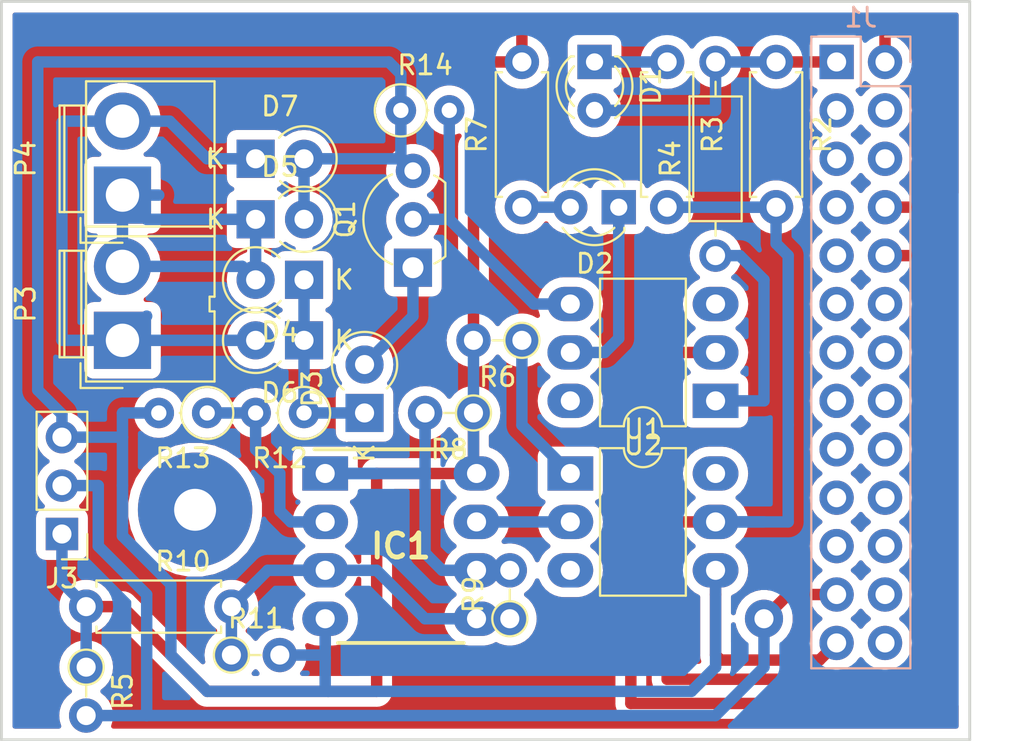
<source format=kicad_pcb>
(kicad_pcb (version 20171130) (host pcbnew "(5.1.4-0-10_14)")
  (layers (0 F.Cu signal hide) (31 B.Cu signal) (34 B.Paste user) (35 F.Paste user) (36 B.SilkS user) (37 F.SilkS user) (38 B.Mask user) (39 F.Mask user) (44 Edge.Cuts user))
  (net 0 "")
  (net 1 PRI_RXD)
  (net 2 "Net-(D2-Pad1)")
  (net 3 "Net-(D3-Pad1)")
  (net 4 "Net-(D3-Pad2)")
  (net 5 "Net-(D4-Pad2)")
  (net 6 "Net-(D6-Pad2)")
  (net 7 "Net-(IC1-Pad1)")
  (net 8 "Net-(IC1-Pad2)")
  (net 9 "Net-(IC1-Pad3)")
  (net 10 "Net-(IC1-Pad7)")
  (net 11 +5.0V)
  (net 12 TEMP_INS)
  (net 13 PRI_TXD)
  (net 14 "Net-(Q1-Pad2)")
  (net 15 "Net-(R4-Pad1)")
  (net 16 "Net-(R6-Pad1)")
  (net 17 GNDREF)
  (net 18 +3.3V)
  (net 19 "Net-(D1-Pad1)")
  (net 20 "Net-(D2-Pad2)")
  (module Diode_THT:D_DO-41_SOD81_P2.54mm_Vertical_KathodeUp (layer F.Cu) (at 45.72 35.56)
    (fp_text reference D7 (at 1.27 -2.750635) (layer F.SilkS))
    (fp_text value 1N4007)
    (fp_text user K (at -2.1 0) (layer F.SilkS))
    (fp_arc (start 2.54 0) (end 1.228847 -1.1) (angle 276.998058) (layer F.SilkS) (width 0.12))
    (pad 2 thru_hole oval (at 2.54 0) (size 2 2) (drill 1) (layers *.Cu *.Mask) (net 17 GNDREF))
    (pad 1 thru_hole rect (at 0 0) (size 2 2) (drill 1) (layers *.Cu *.Mask) (net 6 "Net-(D6-Pad2)"))
  )
  (module Diode_THT:D_DO-41_SOD81_P2.54mm_Vertical_KathodeUp (layer F.Cu) (at 48.26 45.085 180)
    (fp_text reference D6 (at 1.27 -2.750635) (layer F.SilkS))
    (fp_text value 1N4007)
    (fp_text user K (at -2.1 0) (layer F.SilkS))
    (fp_arc (start 2.54 0) (end 1.228847 -1.1) (angle 276.998058) (layer F.SilkS) (width 0.12))
    (pad 2 thru_hole oval (at 2.54 0 180) (size 2 2) (drill 1) (layers *.Cu *.Mask) (net 6 "Net-(D6-Pad2)"))
    (pad 1 thru_hole rect (at 0 0 180) (size 2 2) (drill 1) (layers *.Cu *.Mask) (net 3 "Net-(D3-Pad1)"))
  )
  (module Diode_THT:D_DO-41_SOD81_P2.54mm_Vertical_KathodeUp (layer F.Cu) (at 45.72 38.735)
    (fp_text reference D5 (at 1.27 -2.750635) (layer F.SilkS))
    (fp_text value 1N4007)
    (fp_text user K (at -2.1 0) (layer F.SilkS))
    (fp_arc (start 2.54 0) (end 1.228847 -1.1) (angle 276.998058) (layer F.SilkS) (width 0.12))
    (pad 2 thru_hole oval (at 2.54 0) (size 2 2) (drill 1) (layers *.Cu *.Mask) (net 17 GNDREF))
    (pad 1 thru_hole rect (at 0 0) (size 2 2) (drill 1) (layers *.Cu *.Mask) (net 5 "Net-(D4-Pad2)"))
  )
  (module Diode_THT:D_DO-41_SOD81_P2.54mm_Vertical_KathodeUp (layer F.Cu) (at 48.26 41.91 180)
    (fp_text reference D4 (at 1.27 -2.750635) (layer F.SilkS))
    (fp_text value 1N4007)
    (fp_text user K (at -2.1 0) (layer F.SilkS))
    (fp_arc (start 2.54 0) (end 1.228847 -1.1) (angle 276.998058) (layer F.SilkS) (width 0.12))
    (pad 2 thru_hole oval (at 2.54 0 180) (size 2 2) (drill 1) (layers *.Cu *.Mask) (net 5 "Net-(D4-Pad2)"))
    (pad 1 thru_hole rect (at 0 0 180) (size 2 2) (drill 1) (layers *.Cu *.Mask) (net 3 "Net-(D3-Pad1)"))
  )
  (module Resistor_THT:R_Axial_DIN0207_L6.3mm_D2.5mm_P2.54mm_Vertical (layer F.Cu) (at 48.26 48.895 180)
    (fp_text reference R12 (at 1.27 -2.37) (layer F.SilkS))
    (fp_text value 100k)
    (fp_line (start 1.37 0) (end 1.44 0) (layer F.SilkS) (width 0.12))
    (fp_circle (center 0 0) (end 1.37 0) (layer F.SilkS) (width 0.12))
    (pad 2 thru_hole oval (at 2.54 0 180) (size 1.6 1.6) (drill 0.8) (layers *.Cu *.Mask) (net 8 "Net-(IC1-Pad2)"))
    (pad 1 thru_hole circle (at 0 0 180) (size 1.6 1.6) (drill 0.8) (layers *.Cu *.Mask) (net 3 "Net-(D3-Pad1)"))
  )
  (module Diode_THT:D_DO-41_SOD81_P2.54mm_Vertical_KathodeUp (layer F.Cu) (at 51.435 48.895 90)
    (fp_text reference D3 (at 1.27 -2.750635 90) (layer F.SilkS))
    (fp_text value "ZPY 9.1V 1.3W")
    (fp_text user K (at -2.1 0 90) (layer F.SilkS))
    (fp_arc (start 2.54 0) (end 1.228847 -1.1) (angle 276.998058) (layer F.SilkS) (width 0.12))
    (pad 2 thru_hole oval (at 2.54 0 90) (size 2 2) (drill 1) (layers *.Cu *.Mask) (net 4 "Net-(D3-Pad2)"))
    (pad 1 thru_hole rect (at 0 0 90) (size 2 2) (drill 1) (layers *.Cu *.Mask) (net 3 "Net-(D3-Pad1)"))
  )
  (module Resistor_THT:R_Axial_DIN0207_L6.3mm_D2.5mm_P2.54mm_Vertical (layer F.Cu) (at 53.34 33.02)
    (fp_text reference R14 (at 1.27 -2.37) (layer F.SilkS))
    (fp_text value 220)
    (fp_line (start 1.37 0) (end 1.44 0) (layer F.SilkS) (width 0.12))
    (fp_circle (center 0 0) (end 1.37 0) (layer F.SilkS) (width 0.12))
    (pad 2 thru_hole oval (at 2.54 0) (size 1.6 1.6) (drill 0.8) (layers *.Cu *.Mask) (net 14 "Net-(Q1-Pad2)"))
    (pad 1 thru_hole circle (at 0 0) (size 1.6 1.6) (drill 0.8) (layers *.Cu *.Mask) (net 17 GNDREF))
  )
  (module Resistor_THT:R_Axial_DIN0207_L6.3mm_D2.5mm_P2.54mm_Vertical (layer F.Cu) (at 43.18 48.895 180)
    (fp_text reference R13 (at 1.27 -2.37) (layer F.SilkS))
    (fp_text value 22k)
    (fp_line (start 1.37 0) (end 1.44 0) (layer F.SilkS) (width 0.12))
    (fp_circle (center 0 0) (end 1.37 0) (layer F.SilkS) (width 0.12))
    (pad 2 thru_hole oval (at 2.54 0 180) (size 1.6 1.6) (drill 0.8) (layers *.Cu *.Mask) (net 17 GNDREF))
    (pad 1 thru_hole circle (at 0 0 180) (size 1.6 1.6) (drill 0.8) (layers *.Cu *.Mask) (net 8 "Net-(IC1-Pad2)"))
  )
  (module Resistor_THT:R_Axial_DIN0207_L6.3mm_D2.5mm_P7.62mm_Horizontal (layer F.Cu) (at 59.69 38.1 90)
    (fp_text reference R7 (at 3.81 -2.37 90) (layer F.SilkS))
    (fp_text value 470)
    (fp_line (start 7.08 1.37) (end 7.08 1.04) (layer F.SilkS) (width 0.12))
    (fp_line (start 0.54 1.37) (end 7.08 1.37) (layer F.SilkS) (width 0.12))
    (fp_line (start 0.54 1.04) (end 0.54 1.37) (layer F.SilkS) (width 0.12))
    (fp_line (start 7.08 -1.37) (end 7.08 -1.04) (layer F.SilkS) (width 0.12))
    (fp_line (start 0.54 -1.37) (end 7.08 -1.37) (layer F.SilkS) (width 0.12))
    (fp_line (start 0.54 -1.04) (end 0.54 -1.37) (layer F.SilkS) (width 0.12))
    (pad 2 thru_hole oval (at 7.62 0 90) (size 1.8 1.8) (drill 1) (layers *.Cu *.Mask) (net 11 +5.0V))
    (pad 1 thru_hole oval (at 0 0 90) (size 1.8 1.8) (drill 1) (layers *.Cu *.Mask) (net 20 "Net-(D2-Pad2)"))
  )
  (module Resistor_THT:R_Axial_DIN0204_L3.6mm_D1.6mm_P2.54mm_Vertical (layer F.Cu) (at 59.055 59.69 90)
    (fp_text reference R9 (at 1.27 -1.92 90) (layer F.SilkS))
    (fp_text value 220K)
    (fp_line (start 0.92 0) (end 1.54 0) (layer F.SilkS) (width 0.12))
    (fp_circle (center 0 0) (end 0.92 0) (layer F.SilkS) (width 0.12))
    (pad 2 thru_hole oval (at 2.54 0 90) (size 1.8 1.8) (drill 1) (layers *.Cu *.Mask) (net 7 "Net-(IC1-Pad1)"))
    (pad 1 thru_hole oval (at 0 0 90) (size 1.8 1.8) (drill 1) (layers *.Cu *.Mask) (net 9 "Net-(IC1-Pad3)"))
  )
  (module Resistor_THT:R_Axial_DIN0204_L3.6mm_D1.6mm_P2.54mm_Vertical (layer F.Cu) (at 44.45 61.595)
    (fp_text reference R11 (at 1.27 -1.92) (layer F.SilkS))
    (fp_text value 15k)
    (fp_line (start 0.92 0) (end 1.54 0) (layer F.SilkS) (width 0.12))
    (fp_circle (center 0 0) (end 0.92 0) (layer F.SilkS) (width 0.12))
    (pad 2 thru_hole oval (at 2.54 0) (size 1.8 1.8) (drill 1) (layers *.Cu *.Mask) (net 17 GNDREF))
    (pad 1 thru_hole oval (at 0 0) (size 1.8 1.8) (drill 1) (layers *.Cu *.Mask) (net 9 "Net-(IC1-Pad3)"))
  )
  (module tlc393cp:DIP794W53P254L959H508Q8N (layer F.Cu) (at 53.34 55.88)
    (fp_text reference IC1 (at 0 0) (layer F.SilkS) (effects (font (size 1.27 1.27) (thickness 0.254))))
    (fp_text value TLC393CP hide)
    (fp_line (start -4.535 -5.08) (end 3.3 -5.08) (layer F.SilkS) (width 0.2))
    (fp_line (start -3.3 5.08) (end 3.3 5.08) (layer F.SilkS) (width 0.2))
    (pad 1 thru_hole rect (at -3.97 -3.81) (size 2.4 1.8) (drill 1) (layers *.Cu *.Mask) (net 7 "Net-(IC1-Pad1)"))
    (pad 2 thru_hole oval (at -3.97 -1.27) (size 2.4 1.8) (drill 1) (layers *.Cu *.Mask) (net 8 "Net-(IC1-Pad2)"))
    (pad 3 thru_hole oval (at -3.97 1.27) (size 2.4 1.8) (drill 1) (layers *.Cu *.Mask) (net 9 "Net-(IC1-Pad3)"))
    (pad 4 thru_hole oval (at -3.97 3.81) (size 2.4 1.8) (drill 1) (layers *.Cu *.Mask) (net 17 GNDREF))
    (pad 5 thru_hole oval (at 3.97 3.81) (size 2.4 1.8) (drill 1) (layers *.Cu *.Mask) (net 9 "Net-(IC1-Pad3)"))
    (pad 6 thru_hole oval (at 3.97 1.27) (size 2.4 1.8) (drill 1) (layers *.Cu *.Mask) (net 7 "Net-(IC1-Pad1)"))
    (pad 7 thru_hole oval (at 3.97 -1.27) (size 2.4 1.8) (drill 1) (layers *.Cu *.Mask) (net 10 "Net-(IC1-Pad7)"))
    (pad 8 thru_hole oval (at 3.97 -3.81) (size 2.4 1.8) (drill 1) (layers *.Cu *.Mask) (net 11 +5.0V))
  )
  (module Package_DIP:DIP-6_W7.62mm_LongPads (layer F.Cu) (at 62.23 52.07)
    (fp_text reference U1 (at 3.81 -2.33) (layer F.SilkS))
    (fp_text value CNY17-4)
    (fp_line (start 6.06 -1.33) (end 4.81 -1.33) (layer F.SilkS) (width 0.12))
    (fp_line (start 6.06 6.41) (end 6.06 -1.33) (layer F.SilkS) (width 0.12))
    (fp_line (start 1.56 6.41) (end 6.06 6.41) (layer F.SilkS) (width 0.12))
    (fp_line (start 1.56 -1.33) (end 1.56 6.41) (layer F.SilkS) (width 0.12))
    (fp_line (start 2.81 -1.33) (end 1.56 -1.33) (layer F.SilkS) (width 0.12))
    (fp_arc (start 3.81 -1.33) (end 2.81 -1.33) (angle -180) (layer F.SilkS) (width 0.12))
    (pad 6 thru_hole oval (at 7.62 0) (size 2.4 1.8) (drill 1) (layers *.Cu *.Mask))
    (pad 3 thru_hole oval (at 0 5.08) (size 2.4 1.8) (drill 1) (layers *.Cu *.Mask))
    (pad 5 thru_hole oval (at 7.62 2.54) (size 2.4 1.8) (drill 1) (layers *.Cu *.Mask) (net 1 PRI_RXD))
    (pad 2 thru_hole oval (at 0 2.54) (size 2.4 1.8) (drill 1) (layers *.Cu *.Mask) (net 10 "Net-(IC1-Pad7)"))
    (pad 4 thru_hole oval (at 7.62 5.08) (size 2.4 1.8) (drill 1) (layers *.Cu *.Mask) (net 17 GNDREF))
    (pad 1 thru_hole rect (at 0 0) (size 2.4 1.8) (drill 1) (layers *.Cu *.Mask) (net 16 "Net-(R6-Pad1)"))
  )
  (module Package_TO_SOT_THT:TO-92L_Inline_Wide (layer F.Cu) (at 53.975 41.275 90)
    (fp_text reference Q1 (at 2.54 -3.56 90) (layer F.SilkS))
    (fp_text value BC338)
    (fp_arc (start 2.54 0) (end 4.45 1.7) (angle -15.88591585) (layer F.SilkS) (width 0.12))
    (fp_arc (start 2.54 0) (end 2.54 -2.6) (angle 65) (layer F.SilkS) (width 0.12))
    (fp_arc (start 2.54 0) (end 2.54 -2.6) (angle -65) (layer F.SilkS) (width 0.12))
    (fp_arc (start 2.54 0) (end 0.6 1.7) (angle 15.44288892) (layer F.SilkS) (width 0.12))
    (fp_line (start 0.6 1.7) (end 4.45 1.7) (layer F.SilkS) (width 0.12))
    (pad 1 thru_hole rect (at 0 0 90) (size 2 2) (drill 1.1) (layers *.Cu *.Mask) (net 4 "Net-(D3-Pad2)"))
    (pad 3 thru_hole circle (at 5.08 0 90) (size 1.8 1.8) (drill 0.9) (layers *.Cu *.Mask) (net 17 GNDREF))
    (pad 2 thru_hole circle (at 2.54 0 90) (size 1.8 1.8) (drill 0.9) (layers *.Cu *.Mask) (net 14 "Net-(Q1-Pad2)"))
  )
  (module Connector:JWT_A3963_1x02_P3.96mm_Vertical (layer F.Cu) (at 38.735 45.085 90)
    (fp_text reference P3 (at 1.91 -5.08 90) (layer F.SilkS))
    (fp_text value ebus1)
    (fp_line (start 5.97 4.83) (end 5.97 0) (layer F.SilkS) (width 0.12))
    (fp_line (start -2.16 0) (end -2.16 4.83) (layer F.SilkS) (width 0.12))
    (fp_line (start -2.16 -1.91) (end 5.97 -1.91) (layer F.SilkS) (width 0.12))
    (fp_line (start -0.89 -1.91) (end -0.89 -3.3) (layer F.SilkS) (width 0.12))
    (fp_line (start 4.7 -1.91) (end 4.7 -3.3) (layer F.SilkS) (width 0.12))
    (fp_line (start -0.89 -3.3) (end 4.7 -3.3) (layer F.SilkS) (width 0.12))
    (fp_line (start -2.16 -1.91) (end -2.16 0) (layer F.SilkS) (width 0.12))
    (fp_line (start 5.97 -1.91) (end 5.97 0) (layer F.SilkS) (width 0.12))
    (fp_line (start -0.89 -3.05) (end 4.7 -3.05) (layer F.SilkS) (width 0.12))
    (fp_line (start -0.89 -2.16) (end 4.7 -2.16) (layer F.SilkS) (width 0.12))
    (fp_line (start 2.29 4.57) (end 2.29 4.83) (layer F.SilkS) (width 0.12))
    (fp_line (start 1.52 4.57) (end 2.29 4.57) (layer F.SilkS) (width 0.12))
    (fp_line (start 1.52 4.83) (end 1.52 4.57) (layer F.SilkS) (width 0.12))
    (fp_line (start 1.52 4.83) (end -2.16 4.83) (layer F.SilkS) (width 0.12))
    (fp_line (start 2.29 4.83) (end 5.97 4.83) (layer F.SilkS) (width 0.12))
    (fp_line (start -1.2 -2.2) (end -2.5 -2.2) (layer F.SilkS) (width 0.12))
    (fp_line (start -2.5 -2.2) (end -2.5 0) (layer F.SilkS) (width 0.12))
    (pad 2 thru_hole circle (at 3.88 0 90) (size 3 3) (drill 1.75) (layers *.Cu *.Mask) (net 5 "Net-(D4-Pad2)"))
    (pad 1 thru_hole rect (at 0 0 90) (size 3 3) (drill 1.75) (layers *.Cu *.Mask) (net 6 "Net-(D6-Pad2)"))
  )
  (module Connector:JWT_A3963_1x02_P3.96mm_Vertical (layer F.Cu) (at 38.735 37.465 90)
    (fp_text reference P4 (at 1.91 -5.08 90) (layer F.SilkS))
    (fp_text value ebus2)
    (fp_line (start 5.97 4.83) (end 5.97 0) (layer F.SilkS) (width 0.12))
    (fp_line (start -2.16 0) (end -2.16 4.83) (layer F.SilkS) (width 0.12))
    (fp_line (start -2.16 -1.91) (end 5.97 -1.91) (layer F.SilkS) (width 0.12))
    (fp_line (start -0.89 -1.91) (end -0.89 -3.3) (layer F.SilkS) (width 0.12))
    (fp_line (start 4.7 -1.91) (end 4.7 -3.3) (layer F.SilkS) (width 0.12))
    (fp_line (start -0.89 -3.3) (end 4.7 -3.3) (layer F.SilkS) (width 0.12))
    (fp_line (start -2.16 -1.91) (end -2.16 0) (layer F.SilkS) (width 0.12))
    (fp_line (start 5.97 -1.91) (end 5.97 0) (layer F.SilkS) (width 0.12))
    (fp_line (start -0.89 -3.05) (end 4.7 -3.05) (layer F.SilkS) (width 0.12))
    (fp_line (start -0.89 -2.16) (end 4.7 -2.16) (layer F.SilkS) (width 0.12))
    (fp_line (start 2.29 4.57) (end 2.29 4.83) (layer F.SilkS) (width 0.12))
    (fp_line (start 1.52 4.57) (end 2.29 4.57) (layer F.SilkS) (width 0.12))
    (fp_line (start 1.52 4.83) (end 1.52 4.57) (layer F.SilkS) (width 0.12))
    (fp_line (start 1.52 4.83) (end -2.16 4.83) (layer F.SilkS) (width 0.12))
    (fp_line (start 2.29 4.83) (end 5.97 4.83) (layer F.SilkS) (width 0.12))
    (fp_line (start -1.2 -2.2) (end -2.5 -2.2) (layer F.SilkS) (width 0.12))
    (fp_line (start -2.5 -2.2) (end -2.5 0) (layer F.SilkS) (width 0.12))
    (pad 2 thru_hole circle (at 3.88 0 90) (size 3 3) (drill 1.75) (layers *.Cu *.Mask) (net 6 "Net-(D6-Pad2)"))
    (pad 1 thru_hole rect (at 0 0 90) (size 3 3) (drill 1.75) (layers *.Cu *.Mask) (net 5 "Net-(D4-Pad2)"))
  )
  (module Resistor_THT:R_Axial_DIN0207_L6.3mm_D2.5mm_P7.62mm_Horizontal (layer F.Cu) (at 36.83 59.055)
    (fp_text reference R10 (at 5.08 -2.37) (layer F.SilkS))
    (fp_text value 18K)
    (fp_line (start 7.08 1.37) (end 7.08 1.04) (layer F.SilkS) (width 0.12))
    (fp_line (start 0.54 1.37) (end 7.08 1.37) (layer F.SilkS) (width 0.12))
    (fp_line (start 0.54 1.04) (end 0.54 1.37) (layer F.SilkS) (width 0.12))
    (fp_line (start 7.08 -1.37) (end 7.08 -1.04) (layer F.SilkS) (width 0.12))
    (fp_line (start 0.54 -1.37) (end 7.08 -1.37) (layer F.SilkS) (width 0.12))
    (fp_line (start 0.54 -1.04) (end 0.54 -1.37) (layer F.SilkS) (width 0.12))
    (pad 2 thru_hole oval (at 7.62 0) (size 1.8 1.8) (drill 1) (layers *.Cu *.Mask) (net 9 "Net-(IC1-Pad3)"))
    (pad 1 thru_hole oval (at 0 0) (size 1.8 1.8) (drill 1) (layers *.Cu *.Mask) (net 11 +5.0V))
  )
  (module Resistor_THT:R_Axial_DIN0207_L6.3mm_D2.5mm_P7.62mm_Horizontal (layer F.Cu) (at 67.31 30.48 270)
    (fp_text reference R3 (at 3.81 -2.37 90) (layer F.SilkS))
    (fp_text value 220)
    (fp_line (start 7.08 1.37) (end 7.08 1.04) (layer F.SilkS) (width 0.12))
    (fp_line (start 0.54 1.37) (end 7.08 1.37) (layer F.SilkS) (width 0.12))
    (fp_line (start 0.54 1.04) (end 0.54 1.37) (layer F.SilkS) (width 0.12))
    (fp_line (start 7.08 -1.37) (end 7.08 -1.04) (layer F.SilkS) (width 0.12))
    (fp_line (start 0.54 -1.37) (end 7.08 -1.37) (layer F.SilkS) (width 0.12))
    (fp_line (start 0.54 -1.04) (end 0.54 -1.37) (layer F.SilkS) (width 0.12))
    (pad 2 thru_hole oval (at 7.62 0 270) (size 1.8 1.8) (drill 1) (layers *.Cu *.Mask) (net 1 PRI_RXD))
    (pad 1 thru_hole oval (at 0 0 270) (size 1.8 1.8) (drill 1) (layers *.Cu *.Mask) (net 19 "Net-(D1-Pad1)"))
  )
  (module Resistor_THT:R_Axial_DIN0207_L6.3mm_D2.5mm_P7.62mm_Horizontal (layer F.Cu) (at 73.025 30.48 270)
    (fp_text reference R2 (at 3.81 -2.37 90) (layer F.SilkS))
    (fp_text value 820)
    (fp_line (start 7.08 1.37) (end 7.08 1.04) (layer F.SilkS) (width 0.12))
    (fp_line (start 0.54 1.37) (end 7.08 1.37) (layer F.SilkS) (width 0.12))
    (fp_line (start 0.54 1.04) (end 0.54 1.37) (layer F.SilkS) (width 0.12))
    (fp_line (start 7.08 -1.37) (end 7.08 -1.04) (layer F.SilkS) (width 0.12))
    (fp_line (start 0.54 -1.37) (end 7.08 -1.37) (layer F.SilkS) (width 0.12))
    (fp_line (start 0.54 -1.04) (end 0.54 -1.37) (layer F.SilkS) (width 0.12))
    (pad 2 thru_hole oval (at 7.62 0 270) (size 1.8 1.8) (drill 1) (layers *.Cu *.Mask) (net 1 PRI_RXD))
    (pad 1 thru_hole oval (at 0 0 270) (size 1.8 1.8) (drill 1) (layers *.Cu *.Mask) (net 18 +3.3V))
  )
  (module Resistor_THT:R_Axial_DIN0204_L3.6mm_D1.6mm_P2.54mm_Vertical (layer F.Cu) (at 59.69 45.085 180)
    (fp_text reference R6 (at 1.27 -1.92) (layer F.SilkS))
    (fp_text value 390)
    (fp_line (start 0.92 0) (end 1.54 0) (layer F.SilkS) (width 0.12))
    (fp_circle (center 0 0) (end 0.92 0) (layer F.SilkS) (width 0.12))
    (pad 2 thru_hole oval (at 2.54 0 180) (size 1.8 1.8) (drill 1) (layers *.Cu *.Mask) (net 11 +5.0V))
    (pad 1 thru_hole oval (at 0 0 180) (size 1.8 1.8) (drill 1) (layers *.Cu *.Mask) (net 16 "Net-(R6-Pad1)"))
  )
  (module Package_DIP:DIP-6_W7.62mm_LongPads (layer F.Cu) (at 69.85 48.26 180)
    (fp_text reference U2 (at 3.81 -2.33) (layer F.SilkS))
    (fp_text value CNY17-4)
    (fp_line (start 6.06 -1.33) (end 4.81 -1.33) (layer F.SilkS) (width 0.12))
    (fp_line (start 6.06 6.41) (end 6.06 -1.33) (layer F.SilkS) (width 0.12))
    (fp_line (start 1.56 6.41) (end 6.06 6.41) (layer F.SilkS) (width 0.12))
    (fp_line (start 1.56 -1.33) (end 1.56 6.41) (layer F.SilkS) (width 0.12))
    (fp_line (start 2.81 -1.33) (end 1.56 -1.33) (layer F.SilkS) (width 0.12))
    (fp_arc (start 3.81 -1.33) (end 2.81 -1.33) (angle -180) (layer F.SilkS) (width 0.12))
    (pad 6 thru_hole oval (at 7.62 0 180) (size 2.4 1.8) (drill 1) (layers *.Cu *.Mask))
    (pad 3 thru_hole oval (at 0 5.08 180) (size 2.4 1.8) (drill 1) (layers *.Cu *.Mask))
    (pad 5 thru_hole oval (at 7.62 2.54 180) (size 2.4 1.8) (drill 1) (layers *.Cu *.Mask) (net 2 "Net-(D2-Pad1)"))
    (pad 2 thru_hole oval (at 0 2.54 180) (size 2.4 1.8) (drill 1) (layers *.Cu *.Mask) (net 13 PRI_TXD))
    (pad 4 thru_hole oval (at 7.62 5.08 180) (size 2.4 1.8) (drill 1) (layers *.Cu *.Mask) (net 14 "Net-(Q1-Pad2)"))
    (pad 1 thru_hole rect (at 0 0 180) (size 2.4 1.8) (drill 1) (layers *.Cu *.Mask) (net 15 "Net-(R4-Pad1)"))
  )
  (module LED_THT:LED_D3.0mm (layer F.Cu) (at 63.5 30.48 270)
    (fp_text reference D1 (at 1.27 -2.96 90) (layer F.SilkS))
    (fp_text value LED)
    (fp_line (start -0.29 1.08) (end -0.29 1.236) (layer F.SilkS) (width 0.12))
    (fp_line (start -0.29 -1.236) (end -0.29 -1.08) (layer F.SilkS) (width 0.12))
    (fp_arc (start 1.27 0) (end 0.229039 1.08) (angle -87.9) (layer F.SilkS) (width 0.12))
    (fp_arc (start 1.27 0) (end 0.229039 -1.08) (angle 87.9) (layer F.SilkS) (width 0.12))
    (fp_arc (start 1.27 0) (end -0.29 1.235516) (angle -108.8) (layer F.SilkS) (width 0.12))
    (fp_arc (start 1.27 0) (end -0.29 -1.235516) (angle 108.8) (layer F.SilkS) (width 0.12))
    (pad 2 thru_hole circle (at 2.54 0 270) (size 1.8 1.8) (drill 0.9) (layers *.Cu *.Mask) (net 18 +3.3V))
    (pad 1 thru_hole rect (at 0 0 270) (size 1.8 1.8) (drill 0.9) (layers *.Cu *.Mask) (net 19 "Net-(D1-Pad1)"))
  )
  (module Resistor_THT:R_Axial_DIN0207_L6.3mm_D2.5mm_P10.16mm_Horizontal (layer F.Cu) (at 69.85 40.64 90)
    (fp_text reference R4 (at 5.08 -2.37 90) (layer F.SilkS))
    (fp_text value 470)
    (fp_line (start 9.12 0) (end 8.35 0) (layer F.SilkS) (width 0.12))
    (fp_line (start 1.04 0) (end 1.81 0) (layer F.SilkS) (width 0.12))
    (fp_line (start 8.35 -1.37) (end 1.81 -1.37) (layer F.SilkS) (width 0.12))
    (fp_line (start 8.35 1.37) (end 8.35 -1.37) (layer F.SilkS) (width 0.12))
    (fp_line (start 1.81 1.37) (end 8.35 1.37) (layer F.SilkS) (width 0.12))
    (fp_line (start 1.81 -1.37) (end 1.81 1.37) (layer F.SilkS) (width 0.12))
    (pad 2 thru_hole oval (at 10.16 0 90) (size 1.7 1.7) (drill 1) (layers *.Cu *.Mask) (net 18 +3.3V))
    (pad 1 thru_hole oval (at 0 0 90) (size 1.7 1.7) (drill 1) (layers *.Cu *.Mask) (net 15 "Net-(R4-Pad1)"))
  )
  (module LED_THT:LED_D3.0mm (layer F.Cu) (at 64.77 38.1 180)
    (fp_text reference D2 (at 1.27 -2.96) (layer F.SilkS))
    (fp_text value "LED TX")
    (fp_arc (start 1.27 0) (end -0.29 -1.235516) (angle 108.8) (layer F.SilkS) (width 0.12))
    (fp_arc (start 1.27 0) (end -0.29 1.235516) (angle -108.8) (layer F.SilkS) (width 0.12))
    (fp_arc (start 1.27 0) (end 0.229039 -1.08) (angle 87.9) (layer F.SilkS) (width 0.12))
    (fp_arc (start 1.27 0) (end 0.229039 1.08) (angle -87.9) (layer F.SilkS) (width 0.12))
    (fp_line (start -0.29 -1.236) (end -0.29 -1.08) (layer F.SilkS) (width 0.12))
    (fp_line (start -0.29 1.08) (end -0.29 1.236) (layer F.SilkS) (width 0.12))
    (pad 1 thru_hole rect (at 0 0 180) (size 1.8 1.8) (drill 0.9) (layers *.Cu *.Mask) (net 2 "Net-(D2-Pad1)"))
    (pad 2 thru_hole circle (at 2.54 0 180) (size 1.8 1.8) (drill 0.9) (layers *.Cu *.Mask) (net 20 "Net-(D2-Pad2)"))
  )
  (module Connector_PinHeader_2.54mm:PinHeader_2x13_P2.54mm_Vertical (layer B.Cu) (at 78.74 30.48 180)
    (fp_text reference J1 (at 1.27 2.33) (layer B.SilkS) (effects (justify mirror)))
    (fp_text value Conn_02x13_Odd_Even)
    (fp_line (start -1.33 -31.81) (end 3.87 -31.81) (layer B.SilkS) (width 0.12))
    (fp_line (start -1.33 -1.27) (end -1.33 -31.81) (layer B.SilkS) (width 0.12))
    (fp_line (start 3.87 1.33) (end 3.87 -31.81) (layer B.SilkS) (width 0.12))
    (fp_line (start -1.33 -1.27) (end 1.27 -1.27) (layer B.SilkS) (width 0.12))
    (fp_line (start 1.27 -1.27) (end 1.27 1.33) (layer B.SilkS) (width 0.12))
    (fp_line (start 1.27 1.33) (end 3.87 1.33) (layer B.SilkS) (width 0.12))
    (fp_line (start -1.33 0) (end -1.33 1.33) (layer B.SilkS) (width 0.12))
    (fp_line (start -1.33 1.33) (end 0 1.33) (layer B.SilkS) (width 0.12))
    (pad 1 thru_hole oval (at 0 0 180) (size 1.8 1.8) (drill 1) (layers *.Cu *.Mask) (net 11 +5.0V))
    (pad 2 thru_hole rect (at 2.54 0 180) (size 1.8 1.8) (drill 1) (layers *.Cu *.Mask) (net 18 +3.3V))
    (pad 3 thru_hole oval (at 0 -2.54 180) (size 1.8 1.8) (drill 1) (layers *.Cu *.Mask))
    (pad 4 thru_hole oval (at 2.54 -2.54 180) (size 1.8 1.8) (drill 1) (layers *.Cu *.Mask))
    (pad 5 thru_hole oval (at 0 -5.08 180) (size 1.8 1.8) (drill 1) (layers *.Cu *.Mask) (net 17 GNDREF))
    (pad 6 thru_hole oval (at 2.54 -5.08 180) (size 1.8 1.8) (drill 1) (layers *.Cu *.Mask))
    (pad 7 thru_hole oval (at 0 -7.62 180) (size 1.8 1.8) (drill 1) (layers *.Cu *.Mask) (net 13 PRI_TXD))
    (pad 8 thru_hole oval (at 2.54 -7.62 180) (size 1.8 1.8) (drill 1) (layers *.Cu *.Mask))
    (pad 9 thru_hole oval (at 0 -10.16 180) (size 1.8 1.8) (drill 1) (layers *.Cu *.Mask) (net 1 PRI_RXD))
    (pad 10 thru_hole oval (at 2.54 -10.16 180) (size 1.8 1.8) (drill 1) (layers *.Cu *.Mask))
    (pad 11 thru_hole oval (at 0 -12.7 180) (size 1.8 1.8) (drill 1) (layers *.Cu *.Mask))
    (pad 12 thru_hole oval (at 2.54 -12.7 180) (size 1.8 1.8) (drill 1) (layers *.Cu *.Mask))
    (pad 13 thru_hole oval (at 0 -15.24 180) (size 1.8 1.8) (drill 1) (layers *.Cu *.Mask) (net 17 GNDREF))
    (pad 14 thru_hole oval (at 2.54 -15.24 180) (size 1.8 1.8) (drill 1) (layers *.Cu *.Mask))
    (pad 15 thru_hole oval (at 0 -17.78 180) (size 1.8 1.8) (drill 1) (layers *.Cu *.Mask))
    (pad 16 thru_hole oval (at 2.54 -17.78 180) (size 1.8 1.8) (drill 1) (layers *.Cu *.Mask))
    (pad 17 thru_hole oval (at 0 -20.32 180) (size 1.8 1.8) (drill 1) (layers *.Cu *.Mask))
    (pad 18 thru_hole oval (at 2.54 -20.32 180) (size 1.8 1.8) (drill 1) (layers *.Cu *.Mask))
    (pad 19 thru_hole oval (at 0 -22.86 180) (size 1.8 1.8) (drill 1) (layers *.Cu *.Mask) (net 17 GNDREF))
    (pad 20 thru_hole oval (at 2.54 -22.86 180) (size 1.8 1.8) (drill 1) (layers *.Cu *.Mask))
    (pad 21 thru_hole oval (at 0 -25.4 180) (size 1.8 1.8) (drill 1) (layers *.Cu *.Mask))
    (pad 22 thru_hole oval (at 2.54 -25.4 180) (size 1.8 1.8) (drill 1) (layers *.Cu *.Mask))
    (pad 23 thru_hole oval (at 0 -27.94 180) (size 1.8 1.8) (drill 1) (layers *.Cu *.Mask))
    (pad 24 thru_hole oval (at 2.54 -27.94 180) (size 1.8 1.8) (drill 1) (layers *.Cu *.Mask) (net 12 TEMP_INS))
    (pad 25 thru_hole oval (at 0 -30.48 180) (size 1.8 1.8) (drill 1) (layers *.Cu *.Mask))
    (pad 26 thru_hole oval (at 2.54 -30.48 180) (size 1.8 1.8) (drill 1) (layers *.Cu *.Mask) (net 17 GNDREF))
  )
  (module Connector_PinHeader_2.54mm:PinHeader_1x03_P2.54mm_Vertical (layer F.Cu) (at 35.56 55.245 180)
    (fp_text reference J3 (at 0 -2.33 180) (layer F.SilkS))
    (fp_text value DS18B20_IN)
    (fp_line (start -1.33 -1.33) (end 0 -1.33) (layer F.SilkS) (width 0.12))
    (fp_line (start -1.33 0) (end -1.33 -1.33) (layer F.SilkS) (width 0.12))
    (fp_line (start -1.33 1.27) (end 1.33 1.27) (layer F.SilkS) (width 0.12))
    (fp_line (start 1.33 1.27) (end 1.33 6.41) (layer F.SilkS) (width 0.12))
    (fp_line (start -1.33 1.27) (end -1.33 6.41) (layer F.SilkS) (width 0.12))
    (fp_line (start -1.33 6.41) (end 1.33 6.41) (layer F.SilkS) (width 0.12))
    (pad 3 thru_hole oval (at 0 5.08 180) (size 1.7 1.7) (drill 1) (layers *.Cu *.Mask) (net 17 GNDREF))
    (pad 2 thru_hole oval (at 0 2.54 180) (size 1.7 1.7) (drill 1) (layers *.Cu *.Mask) (net 12 TEMP_INS))
    (pad 1 thru_hole rect (at 0 0 180) (size 1.7 1.7) (drill 1) (layers *.Cu *.Mask) (net 11 +5.0V))
  )
  (module Resistor_THT:R_Axial_DIN0204_L3.6mm_D1.6mm_P2.54mm_Vertical (layer F.Cu) (at 57.15 48.895 180)
    (fp_text reference R8 (at 1.27 -1.92) (layer F.SilkS))
    (fp_text value 10K)
    (fp_circle (center 0 0) (end 0.92 0) (layer F.SilkS) (width 0.12))
    (fp_line (start 0.92 0) (end 1.54 0) (layer F.SilkS) (width 0.12))
    (pad 1 thru_hole oval (at 0 0 180) (size 1.8 1.8) (drill 1) (layers *.Cu *.Mask) (net 11 +5.0V))
    (pad 2 thru_hole oval (at 2.54 0 180) (size 1.8 1.8) (drill 1) (layers *.Cu *.Mask) (net 7 "Net-(IC1-Pad1)"))
  )
  (module Resistor_THT:R_Axial_DIN0204_L3.6mm_D1.6mm_P2.54mm_Vertical (layer F.Cu) (at 36.83 62.23 270)
    (fp_text reference R5 (at 1.27 -1.92 90) (layer F.SilkS))
    (fp_text value 10k)
    (fp_circle (center 0 0) (end 0.92 0) (layer F.SilkS) (width 0.12))
    (fp_line (start 0.92 0) (end 1.54 0) (layer F.SilkS) (width 0.12))
    (pad 1 thru_hole oval (at 0 0 270) (size 1.8 1.8) (drill 1) (layers *.Cu *.Mask) (net 11 +5.0V))
    (pad 2 thru_hole oval (at 2.54 0 270) (size 1.8 1.8) (drill 1) (layers *.Cu *.Mask) (net 12 TEMP_INS))
  )
  (gr_line (start 32.385 27.305) (end 32.385 66.04) (layer Edge.Cuts) (width 0.15))
  (gr_line (start 83.185 27.305) (end 32.385 27.305) (layer Edge.Cuts) (width 0.15))
  (gr_line (start 83.185 66.04) (end 32.385 66.04) (layer Edge.Cuts) (width 0.15))
  (gr_line (start 83.185 27.305) (end 83.185 66.04) (layer Edge.Cuts) (width 0.15))
  (via (at 72.39 59.69) (size 2) (drill 1) (layers F.Cu B.Cu) (net 12))
  (segment (start 67.945 38.1) (end 68.58 38.1) (width 0.6) (layer B.Cu) (net 1))
  (segment (start 71.755 38.1) (end 67.945 38.1) (width 0.6) (layer B.Cu) (net 1))
  (segment (start 73.025 38.1) (end 71.755 38.1) (width 0.6) (layer B.Cu) (net 1))
  (segment (start 67.31 38.1) (end 73.025 38.1) (width 0.6) (layer B.Cu) (net 1))
  (segment (start 73.025 38.1) (end 73.025 40.005) (width 0.6) (layer B.Cu) (net 1))
  (segment (start 73.66 40.64) (end 73.66 49.53) (width 0.6) (layer B.Cu) (net 1))
  (segment (start 73.025 40.005) (end 73.66 40.64) (width 0.6) (layer B.Cu) (net 1))
  (segment (start 72.39 54.61) (end 69.85 54.61) (width 0.6) (layer B.Cu) (net 1))
  (segment (start 73.66 49.53) (end 73.66 54.61) (width 0.6) (layer B.Cu) (net 1))
  (segment (start 73.66 54.61) (end 69.85 54.61) (width 0.6) (layer B.Cu) (net 1))
  (segment (start 67.31 54.61) (end 69.85 54.61) (width 0.6) (layer F.Cu) (net 1))
  (segment (start 80.645 40.64) (end 80.645 62.865) (width 0.6) (layer F.Cu) (net 1))
  (segment (start 78.74 40.64) (end 80.645 40.64) (width 0.6) (layer F.Cu) (net 1))
  (segment (start 80.645 62.865) (end 67.31 62.865) (width 0.6) (layer F.Cu) (net 1))
  (segment (start 67.31 62.865) (end 67.31 54.61) (width 0.6) (layer F.Cu) (net 1))
  (segment (start 64.03 45.72) (end 62.23 45.72) (width 0.6) (layer B.Cu) (net 2))
  (segment (start 64.77 44.98) (end 64.03 45.72) (width 0.6) (layer B.Cu) (net 2))
  (segment (start 64.77 44.45) (end 64.77 44.98) (width 0.6) (layer B.Cu) (net 2))
  (segment (start 64.77 40.005) (end 64.77 38.33) (width 0.6) (layer B.Cu) (net 2))
  (segment (start 64.77 38.1) (end 64.77 40.005) (width 0.6) (layer B.Cu) (net 2))
  (segment (start 64.77 44.45) (end 64.77 40.005) (width 0.6) (layer B.Cu) (net 2))
  (segment (start 48.26 48.895) (end 51.435 48.895) (width 0.6) (layer B.Cu) (net 3))
  (segment (start 48.26 48.895) (end 48.26 45.085) (width 0.6) (layer B.Cu) (net 3))
  (segment (start 48.26 45.085) (end 48.26 41.91) (width 0.6) (layer B.Cu) (net 3))
  (via (at 42.545 53.975) (size 6) (drill 2.2) (layers F.Cu B.Cu) (net 0))
  (segment (start 53.975 43.815) (end 53.975 41.275) (width 0.6) (layer B.Cu) (net 4))
  (segment (start 51.435 46.355) (end 53.975 43.815) (width 0.6) (layer B.Cu) (net 4))
  (segment (start 38.735 37.465) (end 40.64 37.465) (width 0.6) (layer B.Cu) (net 5))
  (segment (start 38.735 37.465) (end 38.735 41.205) (width 0.6) (layer B.Cu) (net 5))
  (segment (start 45.72 38.735) (end 45.72 41.91) (width 0.6) (layer B.Cu) (net 5))
  (segment (start 40.005 38.735) (end 38.735 37.465) (width 0.6) (layer B.Cu) (net 5))
  (segment (start 45.72 38.735) (end 40.005 38.735) (width 0.6) (layer B.Cu) (net 5))
  (segment (start 45.015 41.205) (end 45.72 41.91) (width 0.6) (layer B.Cu) (net 5))
  (segment (start 38.735 41.205) (end 45.015 41.205) (width 0.6) (layer B.Cu) (net 5))
  (segment (start 35.56 45.085) (end 35.56 33.655) (width 0.6) (layer B.Cu) (net 6))
  (segment (start 38.735 45.085) (end 35.56 45.085) (width 0.6) (layer B.Cu) (net 6))
  (segment (start 35.63 33.585) (end 38.735 33.585) (width 0.6) (layer B.Cu) (net 6))
  (segment (start 35.56 33.655) (end 35.63 33.585) (width 0.6) (layer B.Cu) (net 6))
  (segment (start 40.005 43.815) (end 38.735 45.085) (width 0.6) (layer B.Cu) (net 6))
  (segment (start 39.44 34.29) (end 38.735 33.585) (width 0.6) (layer B.Cu) (net 6))
  (segment (start 45.72 45.085) (end 38.735 45.085) (width 0.6) (layer B.Cu) (net 6))
  (segment (start 41.205 33.585) (end 38.735 33.585) (width 0.6) (layer B.Cu) (net 6))
  (segment (start 43.18 35.56) (end 41.205 33.585) (width 0.6) (layer B.Cu) (net 6))
  (segment (start 45.72 35.56) (end 43.18 35.56) (width 0.6) (layer B.Cu) (net 6))
  (segment (start 57.31 57.15) (end 55.51 57.15) (width 0.6) (layer B.Cu) (net 7))
  (segment (start 52.07 52.07) (end 49.37 52.07) (width 0.6) (layer B.Cu) (net 7))
  (segment (start 54.61 50.165) (end 54.61 48.895) (width 0.6) (layer B.Cu) (net 7))
  (segment (start 54.61 56.25) (end 54.7425 56.3825) (width 0.6) (layer B.Cu) (net 7))
  (segment (start 55.51 57.15) (end 54.7425 56.3825) (width 0.6) (layer B.Cu) (net 7))
  (segment (start 54.61 52.07) (end 49.37 52.07) (width 0.6) (layer B.Cu) (net 7))
  (segment (start 54.61 48.895) (end 54.61 52.07) (width 0.6) (layer B.Cu) (net 7))
  (segment (start 54.61 52.07) (end 54.61 56.25) (width 0.6) (layer B.Cu) (net 7))
  (segment (start 57.31 57.15) (end 57.71 57.15) (width 0.6) (layer B.Cu) (net 7))
  (segment (start 57.31 57.15) (end 58.42 57.15) (width 0.6) (layer B.Cu) (net 7))
  (segment (start 57.31 57.15) (end 59.055 57.15) (width 0.6) (layer B.Cu) (net 7))
  (segment (start 45.72 48.895) (end 43.18 48.895) (width 0.6) (layer B.Cu) (net 8))
  (segment (start 46.99 52.07) (end 45.72 50.8) (width 0.6) (layer B.Cu) (net 8))
  (segment (start 46.99 54.03) (end 46.99 52.07) (width 0.6) (layer B.Cu) (net 8))
  (segment (start 47.57 54.61) (end 46.99 54.03) (width 0.6) (layer B.Cu) (net 8))
  (segment (start 45.72 50.8) (end 45.72 48.895) (width 0.6) (layer B.Cu) (net 8))
  (segment (start 49.37 54.61) (end 47.57 54.61) (width 0.6) (layer B.Cu) (net 8))
  (segment (start 57.31 59.69) (end 54.61 59.69) (width 0.6) (layer B.Cu) (net 9))
  (segment (start 54.61 59.69) (end 52.07 57.15) (width 0.6) (layer B.Cu) (net 9))
  (segment (start 52.07 57.15) (end 49.37 57.15) (width 0.6) (layer B.Cu) (net 9))
  (segment (start 47.57 57.15) (end 49.37 57.15) (width 0.6) (layer B.Cu) (net 9))
  (segment (start 45.7475 57.7575) (end 44.45 59.055) (width 0.6) (layer B.Cu) (net 9))
  (segment (start 44.45 59.055) (end 46.355 57.15) (width 0.6) (layer B.Cu) (net 9))
  (segment (start 46.355 57.15) (end 49.37 57.15) (width 0.6) (layer B.Cu) (net 9))
  (segment (start 44.45 59.055) (end 44.45 61.595) (width 0.6) (layer B.Cu) (net 9))
  (segment (start 57.31 59.69) (end 57.785 59.69) (width 0.6) (layer B.Cu) (net 9))
  (segment (start 57.31 59.69) (end 59.055 59.69) (width 0.6) (layer B.Cu) (net 9))
  (segment (start 57.71 54.61) (end 57.31 54.61) (width 0.6) (layer B.Cu) (net 10))
  (segment (start 57.31 54.61) (end 62.23 54.61) (width 0.6) (layer B.Cu) (net 10))
  (segment (start 57.15 51.91) (end 57.31 52.07) (width 0.6) (layer B.Cu) (net 11))
  (segment (start 57.15 48.26) (end 57.15 51.91) (width 0.6) (layer B.Cu) (net 11))
  (segment (start 57.15 45.085) (end 57.15 48.895) (width 0.6) (layer B.Cu) (net 11))
  (segment (start 57.15 51.91) (end 57.31 52.07) (width 0.6) (layer F.Cu) (net 11))
  (segment (start 57.15 48.895) (end 57.15 51.91) (width 0.6) (layer F.Cu) (net 11))
  (segment (start 52.07 52.07) (end 57.31 52.07) (width 0.6) (layer F.Cu) (net 11))
  (segment (start 52.07 63.5) (end 52.07 52.07) (width 0.6) (layer F.Cu) (net 11))
  (segment (start 38.735 59.055) (end 43.18 63.5) (width 0.6) (layer F.Cu) (net 11))
  (segment (start 43.18 63.5) (end 52.07 63.5) (width 0.6) (layer F.Cu) (net 11))
  (segment (start 36.83 59.055) (end 38.735 59.055) (width 0.6) (layer F.Cu) (net 11))
  (segment (start 59.69 30.48) (end 59.69 28.575) (width 0.6) (layer F.Cu) (net 11))
  (segment (start 78.74 28.575) (end 59.69 28.575) (width 0.6) (layer F.Cu) (net 11))
  (segment (start 78.74 30.48) (end 78.74 28.575) (width 0.6) (layer F.Cu) (net 11))
  (segment (start 35.56 57.785) (end 36.83 59.055) (width 0.6) (layer B.Cu) (net 11))
  (segment (start 35.56 57.785) (end 35.56 55.245) (width 0.6) (layer B.Cu) (net 11))
  (segment (start 36.83 61.595) (end 36.83 59.055) (width 0.6) (layer B.Cu) (net 11))
  (segment (start 57.15 34.925) (end 57.785 34.29) (width 0.6) (layer F.Cu) (net 11))
  (segment (start 57.15 45.085) (end 57.15 34.925) (width 0.6) (layer F.Cu) (net 11))
  (segment (start 57.785 34.29) (end 57.785 30.48) (width 0.6) (layer F.Cu) (net 11))
  (segment (start 57.785 30.48) (end 59.69 30.48) (width 0.6) (layer F.Cu) (net 11))
  (segment (start 73.66 58.42) (end 72.39 59.69) (width 0.6) (layer F.Cu) (net 12))
  (segment (start 76.2 58.42) (end 73.66 58.42) (width 0.6) (layer F.Cu) (net 12))
  (segment (start 37.465 52.705) (end 35.56 52.705) (width 0.6) (layer B.Cu) (net 12))
  (segment (start 37.465 55.88) (end 37.465 52.705) (width 0.6) (layer B.Cu) (net 12))
  (segment (start 40.005 58.42) (end 37.465 55.88) (width 0.6) (layer B.Cu) (net 12))
  (segment (start 40.005 62.865) (end 40.005 58.42) (width 0.6) (layer B.Cu) (net 12))
  (segment (start 72.39 62.23) (end 72.39 59.69) (width 0.6) (layer B.Cu) (net 12))
  (segment (start 69.85 64.77) (end 72.39 62.23) (width 0.6) (layer B.Cu) (net 12))
  (segment (start 40.005 62.865) (end 40.005 64.77) (width 0.6) (layer B.Cu) (net 12))
  (segment (start 40.005 64.77) (end 69.85 64.77) (width 0.6) (layer B.Cu) (net 12))
  (segment (start 36.83 64.77) (end 40.005 64.77) (width 0.6) (layer B.Cu) (net 12))
  (segment (start 66.04 46.99) (end 65.405 47.625) (width 0.6) (layer F.Cu) (net 13))
  (segment (start 67.31 45.72) (end 69.85 45.72) (width 0.6) (layer F.Cu) (net 13))
  (segment (start 65.405 47.625) (end 67.31 45.72) (width 0.6) (layer F.Cu) (net 13))
  (segment (start 65.405 48.895) (end 65.405 47.625) (width 0.6) (layer F.Cu) (net 13))
  (segment (start 81.915 38.1) (end 81.915 63.5) (width 0.6) (layer F.Cu) (net 13))
  (segment (start 65.405 64.135) (end 65.405 48.895) (width 0.6) (layer F.Cu) (net 13))
  (segment (start 81.28 64.135) (end 65.405 64.135) (width 0.6) (layer F.Cu) (net 13))
  (segment (start 81.915 63.5) (end 81.28 64.135) (width 0.6) (layer F.Cu) (net 13))
  (segment (start 78.74 38.1) (end 81.915 38.1) (width 0.6) (layer F.Cu) (net 13))
  (segment (start 55.88 38.735) (end 53.975 38.735) (width 0.6) (layer B.Cu) (net 14))
  (segment (start 55.88 33.02) (end 55.88 38.735) (width 0.6) (layer B.Cu) (net 14))
  (segment (start 55.88 38.735) (end 60.325 43.18) (width 0.6) (layer B.Cu) (net 14))
  (segment (start 60.325 43.18) (end 62.23 43.18) (width 0.6) (layer B.Cu) (net 14))
  (segment (start 69.85 40.64) (end 71.12 40.64) (width 0.6) (layer B.Cu) (net 15))
  (segment (start 71.12 40.64) (end 72.39 41.91) (width 0.6) (layer B.Cu) (net 15))
  (segment (start 72.39 41.91) (end 72.39 48.26) (width 0.6) (layer B.Cu) (net 15))
  (segment (start 72.39 48.26) (end 69.85 48.26) (width 0.6) (layer B.Cu) (net 15))
  (segment (start 59.69 49.53) (end 62.23 52.07) (width 0.6) (layer B.Cu) (net 16))
  (segment (start 59.69 45.085) (end 59.69 49.53) (width 0.6) (layer B.Cu) (net 16))
  (segment (start 49.37 59.69) (end 49.37 61.09) (width 0.6) (layer B.Cu) (net 17))
  (segment (start 41.275 61.595) (end 41.75 62.07) (width 0.6) (layer B.Cu) (net 17))
  (segment (start 46.99 61.595) (end 47.465 61.595) (width 0.6) (layer B.Cu) (net 17))
  (segment (start 49.37 61.12) (end 49.37 59.69) (width 0.6) (layer B.Cu) (net 17))
  (segment (start 68.58 63.5) (end 69.85 62.23) (width 0.6) (layer B.Cu) (net 17))
  (segment (start 69.85 57.15) (end 69.85 62.23) (width 0.6) (layer B.Cu) (net 17))
  (segment (start 41.275 61.595) (end 43.18 63.5) (width 0.6) (layer B.Cu) (net 17))
  (segment (start 49.37 63.34) (end 49.53 63.5) (width 0.6) (layer B.Cu) (net 17))
  (segment (start 49.53 63.5) (end 68.58 63.5) (width 0.6) (layer B.Cu) (net 17))
  (segment (start 43.18 63.5) (end 49.53 63.5) (width 0.6) (layer B.Cu) (net 17))
  (segment (start 46.99 61.595) (end 49.21 61.595) (width 0.6) (layer B.Cu) (net 17))
  (segment (start 49.21 61.595) (end 49.37 61.755) (width 0.6) (layer B.Cu) (net 17))
  (segment (start 49.37 61.755) (end 49.37 63.34) (width 0.6) (layer B.Cu) (net 17))
  (segment (start 49.37 61.12) (end 49.37 61.755) (width 0.6) (layer B.Cu) (net 17))
  (segment (start 40.64 48.895) (end 38.735 48.895) (width 0.6) (layer B.Cu) (net 17))
  (segment (start 48.26 38.735) (end 48.26 35.56) (width 0.6) (layer B.Cu) (net 17))
  (segment (start 48.26 35.56) (end 53.34 35.56) (width 0.6) (layer B.Cu) (net 17))
  (segment (start 41.275 57.885002) (end 41.275 61.595) (width 0.6) (layer B.Cu) (net 17))
  (segment (start 38.735 55.345002) (end 41.275 57.885002) (width 0.6) (layer B.Cu) (net 17))
  (segment (start 38.735 52.705) (end 38.735 55.345002) (width 0.6) (layer B.Cu) (net 17))
  (segment (start 36.195 50.165) (end 38.735 50.165) (width 0.6) (layer B.Cu) (net 17))
  (segment (start 38.735 50.165) (end 38.735 48.895) (width 0.6) (layer B.Cu) (net 17))
  (segment (start 38.735 52.705) (end 38.735 50.165) (width 0.6) (layer B.Cu) (net 17))
  (segment (start 35.56 48.962919) (end 34.29 47.692919) (width 0.6) (layer B.Cu) (net 17))
  (segment (start 35.56 50.165) (end 35.56 48.962919) (width 0.6) (layer B.Cu) (net 17))
  (segment (start 34.29 47.692919) (end 34.29 30.48) (width 0.6) (layer B.Cu) (net 17))
  (segment (start 34.29 30.48) (end 52.705 30.48) (width 0.6) (layer B.Cu) (net 17))
  (segment (start 53.34 31.115) (end 53.34 33.02) (width 0.6) (layer B.Cu) (net 17))
  (segment (start 52.705 30.48) (end 53.34 31.115) (width 0.6) (layer B.Cu) (net 17))
  (segment (start 53.34 35.56) (end 53.975 36.195) (width 0.6) (layer B.Cu) (net 17))
  (segment (start 53.34 33.02) (end 53.34 35.56) (width 0.6) (layer B.Cu) (net 17))
  (segment (start 75.300001 61.859999) (end 70.114999 61.859999) (width 0.6) (layer F.Cu) (net 17))
  (segment (start 76.2 60.96) (end 75.300001 61.859999) (width 0.6) (layer F.Cu) (net 17))
  (segment (start 69.85 61.595) (end 69.85 58.42) (width 0.6) (layer F.Cu) (net 17))
  (segment (start 70.114999 61.859999) (end 69.85 61.595) (width 0.6) (layer F.Cu) (net 17))
  (segment (start 69.85 57.15) (end 69.85 58.42) (width 0.6) (layer F.Cu) (net 17))
  (segment (start 76.2 30.48) (end 72.39 30.48) (width 0.6) (layer F.Cu) (net 18))
  (segment (start 73.025 30.48) (end 69.85 30.48) (width 0.6) (layer B.Cu) (net 18))
  (segment (start 63.5 33.02) (end 69.85 33.02) (width 0.6) (layer B.Cu) (net 18))
  (segment (start 69.85 33.02) (end 69.85 30.48) (width 0.6) (layer B.Cu) (net 18))
  (segment (start 63.5 30.48) (end 67.31 30.48) (width 0.6) (layer B.Cu) (net 19))
  (segment (start 62.23 38.1) (end 59.69 38.1) (width 0.6) (layer B.Cu) (net 20))
  (zone (net 0) (net_name "") (layer F.Cu) (connect_pads (clearance 0.508)) (min_thickness 0.254) (fill yes (arc_segments 32) (thermal_gap 0.508) (thermal_bridge_width 0.508))
    (polygon (pts (xy 32.385 27.305) (xy 83.185 27.305) (xy 83.185 66.04) (xy 32.385 66.04)))
  )
  (zone (net 0) (net_name "") (layer B.Cu) (connect_pads (clearance 0.508)) (min_thickness 0.254) (fill yes (arc_segments 32) (thermal_gap 0.508) (thermal_bridge_width 0.508))
    (polygon (pts (xy 32.385 27.305) (xy 83.185 27.305) (xy 83.185 66.04) (xy 32.385 66.04)))
  )
)
</source>
